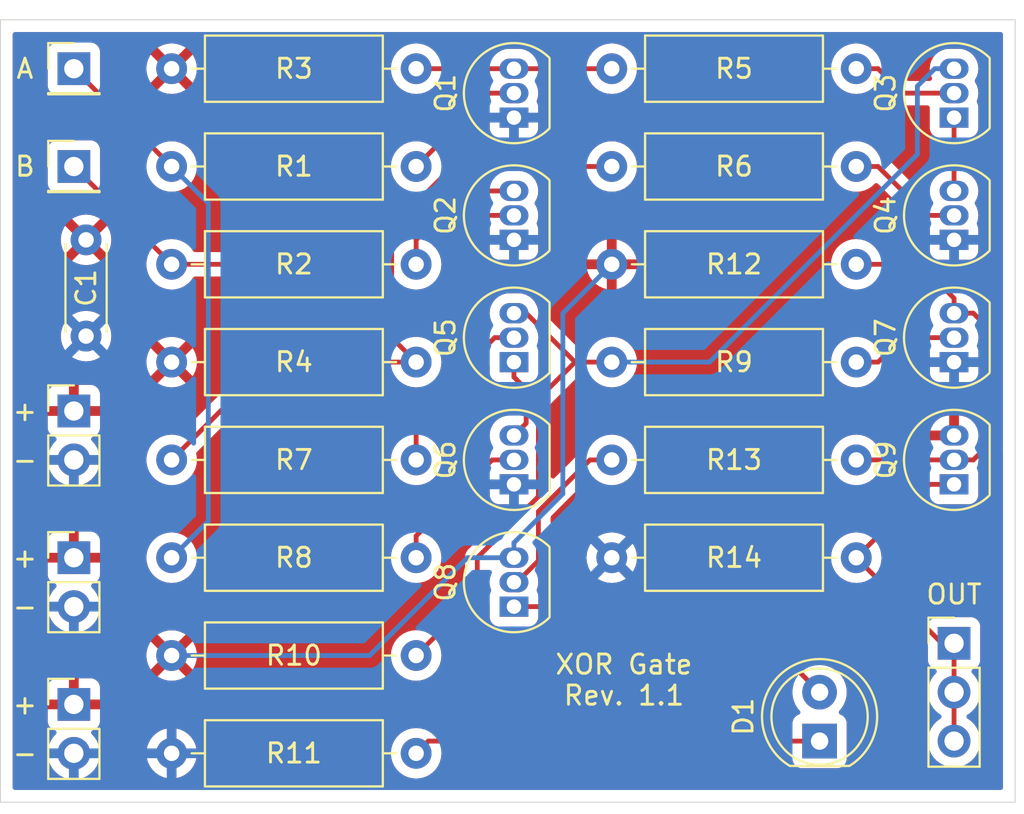
<source format=kicad_pcb>
(kicad_pcb (version 20221018) (generator pcbnew)
  (layers (0 "F.Cu" signal) (31 "B.Cu" signal) (34 "B.Paste" user) (35 "F.Paste" user) (36 "B.SilkS" user "B.Silkscreen") (37 "F.SilkS" user "F.Silkscreen") (38 "B.Mask" user) (39 "F.Mask" user) (44 "Edge.Cuts" user))
  (net 0 "")
  (net 1 "VCC")
  (net 2 "GND")
  (net 3 "Net-(D1-K)")
  (net 4 "Net-(D1-A)")
  (net 5 "Net-(J1-Pin_1)")
  (net 6 "Net-(J2-Pin_1)")
  (net 7 "Net-(J6-Pin_1)")
  (net 8 "Net-(Q1-B)")
  (net 9 "Net-(Q1-C)")
  (net 10 "Net-(Q2-B)")
  (net 11 "Net-(Q2-C)")
  (net 12 "Net-(Q3-E)")
  (net 13 "Net-(Q3-C)")
  (net 14 "Net-(Q3-B)")
  (net 15 "Net-(Q4-B)")
  (net 16 "Net-(Q5-E)")
  (net 17 "Net-(Q5-B)")
  (net 18 "Net-(Q6-B)")
  (net 19 "Net-(Q7-C)")
  (net 20 "Net-(Q7-B)")
  (net 21 "Net-(Q8-B)")
  (footprint "LED_THT:LED_D5.0mm" (layer "F.Cu") (at 83.82 62.23 90)
    (fp_text reference "D1" (at 1.27 -3.96 90) (layer "F.SilkS"))
    (fp_text value "LED")
    (fp_line (start -1.29 -1.545) (end -1.29 1.545) (stroke (width 0.12)) (layer "F.SilkS"))
    (fp_arc (start -1.29 -1.54483) (mid 2.072002 -2.880433) (end 4.26 0.000462) (stroke (width 0.12)) (layer "F.SilkS"))
    (fp_arc (start 4.26 -0.000462) (mid 2.072002 2.880433) (end -1.29 1.54483) (stroke (width 0.12)) (layer "F.SilkS"))
    (fp_circle (center 1.27 0) (end 3.77 0) (stroke (width 0.12)) (fill none) (layer "F.SilkS"))
    (pad "1" thru_hole rect (at 0 0 90) (size 1.8 1.8) (drill 0.9) (layers "*.Cu" "*.Mask") (net 3 "Net-(D1-K)"))
    (pad "2" thru_hole circle (at 2.54 0 90) (size 1.8 1.8) (drill 0.9) (layers "*.Cu" "*.Mask") (net 4 "Net-(D1-A)"))
  )
  (footprint "Package_TO_SOT_THT:TO-92_Inline" (layer "F.Cu") (at 67.945 29.845 90)
    (fp_text reference "Q1" (at 1.27 -3.56 90) (layer "F.SilkS"))
    (fp_text value "2N2222")
    (fp_line (start -0.53 1.85) (end 3.07 1.85) (stroke (width 0.12)) (layer "F.SilkS"))
    (fp_arc (start -0.568478 1.838478) (mid -1.132087 -0.994977) (end 1.27 -2.6) (stroke (width 0.12)) (layer "F.SilkS"))
    (fp_arc (start 1.27 -2.6) (mid 3.672087 -0.994977) (end 3.108478 1.838478) (stroke (width 0.12)) (layer "F.SilkS"))
    (pad "1" thru_hole rect (at 0 0 90) (size 1.05 1.5) (drill 0.75) (layers "*.Cu" "*.Mask") (net 2 "GND"))
    (pad "2" thru_hole oval (at 1.27 0 90) (size 1.05 1.5) (drill 0.75) (layers "*.Cu" "*.Mask") (net 8 "Net-(Q1-B)"))
    (pad "3" thru_hole oval (at 2.54 0 90) (size 1.05 1.5) (drill 0.75) (layers "*.Cu" "*.Mask") (net 9 "Net-(Q1-C)"))
  )
  (footprint "Package_TO_SOT_THT:TO-92_Inline" (layer "F.Cu") (at 67.945 36.195 90)
    (fp_text reference "Q2" (at 1.27 -3.56 90) (layer "F.SilkS"))
    (fp_text value "2N2222")
    (fp_line (start -0.53 1.85) (end 3.07 1.85) (stroke (width 0.12)) (layer "F.SilkS"))
    (fp_arc (start -0.568478 1.838478) (mid -1.132087 -0.994977) (end 1.27 -2.6) (stroke (width 0.12)) (layer "F.SilkS"))
    (fp_arc (start 1.27 -2.6) (mid 3.672087 -0.994977) (end 3.108478 1.838478) (stroke (width 0.12)) (layer "F.SilkS"))
    (pad "1" thru_hole rect (at 0 0 90) (size 1.05 1.5) (drill 0.75) (layers "*.Cu" "*.Mask") (net 2 "GND"))
    (pad "2" thru_hole oval (at 1.27 0 90) (size 1.05 1.5) (drill 0.75) (layers "*.Cu" "*.Mask") (net 10 "Net-(Q2-B)"))
    (pad "3" thru_hole oval (at 2.54 0 90) (size 1.05 1.5) (drill 0.75) (layers "*.Cu" "*.Mask") (net 11 "Net-(Q2-C)"))
  )
  (footprint "Package_TO_SOT_THT:TO-92_Inline" (layer "F.Cu") (at 90.805 42.545 90)
    (fp_text reference "Q7" (at 1.27 -3.56 90) (layer "F.SilkS"))
    (fp_text value "2N2222")
    (fp_line (start -0.53 1.85) (end 3.07 1.85) (stroke (width 0.12)) (layer "F.SilkS"))
    (fp_arc (start -0.568478 1.838478) (mid -1.132087 -0.994977) (end 1.27 -2.6) (stroke (width 0.12)) (layer "F.SilkS"))
    (fp_arc (start 1.27 -2.6) (mid 3.672087 -0.994977) (end 3.108478 1.838478) (stroke (width 0.12)) (layer "F.SilkS"))
    (pad "1" thru_hole rect (at 0 0 90) (size 1.05 1.5) (drill 0.75) (layers "*.Cu" "*.Mask") (net 2 "GND"))
    (pad "2" thru_hole oval (at 1.27 0 90) (size 1.05 1.5) (drill 0.75) (layers "*.Cu" "*.Mask") (net 20 "Net-(Q7-B)"))
    (pad "3" thru_hole oval (at 2.54 0 90) (size 1.05 1.5) (drill 0.75) (layers "*.Cu" "*.Mask") (net 19 "Net-(Q7-C)"))
  )
  (footprint "Package_TO_SOT_THT:TO-92_Inline" (layer "F.Cu") (at 67.945 55.245 90)
    (fp_text reference "Q8" (at 1.27 -3.56 90) (layer "F.SilkS"))
    (fp_text value "2N2222")
    (fp_line (start -0.53 1.85) (end 3.07 1.85) (stroke (width 0.12)) (layer "F.SilkS"))
    (fp_arc (start -0.568478 1.838478) (mid -1.132087 -0.994977) (end 1.27 -2.6) (stroke (width 0.12)) (layer "F.SilkS"))
    (fp_arc (start 1.27 -2.6) (mid 3.672087 -0.994977) (end 3.108478 1.838478) (stroke (width 0.12)) (layer "F.SilkS"))
    (pad "1" thru_hole rect (at 0 0 90) (size 1.05 1.5) (drill 0.75) (layers "*.Cu" "*.Mask") (net 4 "Net-(D1-A)"))
    (pad "2" thru_hole oval (at 1.27 0 90) (size 1.05 1.5) (drill 0.75) (layers "*.Cu" "*.Mask") (net 21 "Net-(Q8-B)"))
    (pad "3" thru_hole oval (at 2.54 0 90) (size 1.05 1.5) (drill 0.75) (layers "*.Cu" "*.Mask") (net 1 "VCC"))
  )
  (footprint "Package_TO_SOT_THT:TO-92_Inline" (layer "F.Cu") (at 90.805 48.895 90)
    (fp_text reference "Q9" (at 1.27 -3.56 90) (layer "F.SilkS"))
    (fp_text value "2N2222")
    (fp_line (start -0.53 1.85) (end 3.07 1.85) (stroke (width 0.12)) (layer "F.SilkS"))
    (fp_arc (start -0.568478 1.838478) (mid -1.132087 -0.994977) (end 1.27 -2.6) (stroke (width 0.12)) (layer "F.SilkS"))
    (fp_arc (start 1.27 -2.6) (mid 3.672087 -0.994977) (end 3.108478 1.838478) (stroke (width 0.12)) (layer "F.SilkS"))
    (pad "1" thru_hole rect (at 0 0 90) (size 1.05 1.5) (drill 0.75) (layers "*.Cu" "*.Mask") (net 7 "Net-(J6-Pin_1)"))
    (pad "2" thru_hole oval (at 1.27 0 90) (size 1.05 1.5) (drill 0.75) (layers "*.Cu" "*.Mask") (net 19 "Net-(Q7-C)"))
    (pad "3" thru_hole oval (at 2.54 0 90) (size 1.05 1.5) (drill 0.75) (layers "*.Cu" "*.Mask") (net 1 "VCC"))
  )
  (footprint "Resistor_THT:R_Axial_DIN0309_L9.0mm_D3.2mm_P12.70mm_Horizontal" (layer "F.Cu") (at 62.865 32.385 180)
    (fp_text reference "R1" (at 6.35 0) (layer "F.SilkS"))
    (fp_text value "10K")
    (fp_line (start 1.04 0) (end 1.73 0) (stroke (width 0.12)) (layer "F.SilkS"))
    (fp_line (start 1.73 -1.72) (end 1.73 1.72) (stroke (width 0.12)) (layer "F.SilkS"))
    (fp_line (start 1.73 1.72) (end 10.97 1.72) (stroke (width 0.12)) (layer "F.SilkS"))
    (fp_line (start 10.97 -1.72) (end 1.73 -1.72) (stroke (width 0.12)) (layer "F.SilkS"))
    (fp_line (start 10.97 1.72) (end 10.97 -1.72) (stroke (width 0.12)) (layer "F.SilkS"))
    (fp_line (start 11.66 0) (end 10.97 0) (stroke (width 0.12)) (layer "F.SilkS"))
    (pad "1" thru_hole circle (at 0 0 180) (size 1.6 1.6) (drill 0.8) (layers "*.Cu" "*.Mask") (net 8 "Net-(Q1-B)"))
    (pad "2" thru_hole oval (at 12.7 0 180) (size 1.6 1.6) (drill 0.8) (layers "*.Cu" "*.Mask") (net 5 "Net-(J1-Pin_1)"))
  )
  (footprint "Resistor_THT:R_Axial_DIN0309_L9.0mm_D3.2mm_P12.70mm_Horizontal" (layer "F.Cu") (at 62.865 37.465 180)
    (fp_text reference "R2" (at 6.35 0) (layer "F.SilkS"))
    (fp_text value "10K")
    (fp_line (start 1.04 0) (end 1.73 0) (stroke (width 0.12)) (layer "F.SilkS"))
    (fp_line (start 1.73 -1.72) (end 1.73 1.72) (stroke (width 0.12)) (layer "F.SilkS"))
    (fp_line (start 1.73 1.72) (end 10.97 1.72) (stroke (width 0.12)) (layer "F.SilkS"))
    (fp_line (start 10.97 -1.72) (end 1.73 -1.72) (stroke (width 0.12)) (layer "F.SilkS"))
    (fp_line (start 10.97 1.72) (end 10.97 -1.72) (stroke (width 0.12)) (layer "F.SilkS"))
    (fp_line (start 11.66 0) (end 10.97 0) (stroke (width 0.12)) (layer "F.SilkS"))
    (pad "1" thru_hole circle (at 0 0 180) (size 1.6 1.6) (drill 0.8) (layers "*.Cu" "*.Mask") (net 10 "Net-(Q2-B)"))
    (pad "2" thru_hole oval (at 12.7 0 180) (size 1.6 1.6) (drill 0.8) (layers "*.Cu" "*.Mask") (net 6 "Net-(J2-Pin_1)"))
  )
  (footprint "Resistor_THT:R_Axial_DIN0309_L9.0mm_D3.2mm_P12.70mm_Horizontal" (layer "F.Cu") (at 50.165 27.305)
    (fp_text reference "R3" (at 6.35 0) (layer "F.SilkS"))
    (fp_text value "1K")
    (fp_line (start 1.04 0) (end 1.73 0) (stroke (width 0.12)) (layer "F.SilkS"))
    (fp_line (start 1.73 -1.72) (end 1.73 1.72) (stroke (width 0.12)) (layer "F.SilkS"))
    (fp_line (start 1.73 1.72) (end 10.97 1.72) (stroke (width 0.12)) (layer "F.SilkS"))
    (fp_line (start 10.97 -1.72) (end 1.73 -1.72) (stroke (width 0.12)) (layer "F.SilkS"))
    (fp_line (start 10.97 1.72) (end 10.97 -1.72) (stroke (width 0.12)) (layer "F.SilkS"))
    (fp_line (start 11.66 0) (end 10.97 0) (stroke (width 0.12)) (layer "F.SilkS"))
    (pad "1" thru_hole circle (at 0 0) (size 1.6 1.6) (drill 0.8) (layers "*.Cu" "*.Mask") (net 1 "VCC"))
    (pad "2" thru_hole oval (at 12.7 0) (size 1.6 1.6) (drill 0.8) (layers "*.Cu" "*.Mask") (net 9 "Net-(Q1-C)"))
  )
  (footprint "Resistor_THT:R_Axial_DIN0309_L9.0mm_D3.2mm_P12.70mm_Horizontal" (layer "F.Cu") (at 85.725 27.305 180)
    (fp_text reference "R5" (at 6.35 0) (layer "F.SilkS"))
    (fp_text value "10K")
    (fp_line (start 1.04 0) (end 1.73 0) (stroke (width 0.12)) (layer "F.SilkS"))
    (fp_line (start 1.73 -1.72) (end 1.73 1.72) (stroke (width 0.12)) (layer "F.SilkS"))
    (fp_line (start 1.73 1.72) (end 10.97 1.72) (stroke (width 0.12)) (layer "F.SilkS"))
    (fp_line (start 10.97 -1.72) (end 1.73 -1.72) (stroke (width 0.12)) (layer "F.SilkS"))
    (fp_line (start 10.97 1.72) (end 10.97 -1.72) (stroke (width 0.12)) (layer "F.SilkS"))
    (fp_line (start 11.66 0) (end 10.97 0) (stroke (width 0.12)) (layer "F.SilkS"))
    (pad "1" thru_hole circle (at 0 0 180) (size 1.6 1.6) (drill 0.8) (layers "*.Cu" "*.Mask") (net 14 "Net-(Q3-B)"))
    (pad "2" thru_hole oval (at 12.7 0 180) (size 1.6 1.6) (drill 0.8) (layers "*.Cu" "*.Mask") (net 9 "Net-(Q1-C)"))
  )
  (footprint "Resistor_THT:R_Axial_DIN0309_L9.0mm_D3.2mm_P12.70mm_Horizontal" (layer "F.Cu") (at 85.725 32.385 180)
    (fp_text reference "R6" (at 6.35 0) (layer "F.SilkS"))
    (fp_text value "10K")
    (fp_line (start 1.04 0) (end 1.73 0) (stroke (width 0.12)) (layer "F.SilkS"))
    (fp_line (start 1.73 -1.72) (end 1.73 1.72) (stroke (width 0.12)) (layer "F.SilkS"))
    (fp_line (start 1.73 1.72) (end 10.97 1.72) (stroke (width 0.12)) (layer "F.SilkS"))
    (fp_line (start 10.97 -1.72) (end 1.73 -1.72) (stroke (width 0.12)) (layer "F.SilkS"))
    (fp_line (start 10.97 1.72) (end 10.97 -1.72) (stroke (width 0.12)) (layer "F.SilkS"))
    (fp_line (start 11.66 0) (end 10.97 0) (stroke (width 0.12)) (layer "F.SilkS"))
    (pad "1" thru_hole circle (at 0 0 180) (size 1.6 1.6) (drill 0.8) (layers "*.Cu" "*.Mask") (net 15 "Net-(Q4-B)"))
    (pad "2" thru_hole oval (at 12.7 0 180) (size 1.6 1.6) (drill 0.8) (layers "*.Cu" "*.Mask") (net 6 "Net-(J2-Pin_1)"))
  )
  (footprint "Resistor_THT:R_Axial_DIN0309_L9.0mm_D3.2mm_P12.70mm_Horizontal" (layer "F.Cu") (at 62.865 47.625 180)
    (fp_text reference "R7" (at 6.35 0) (layer "F.SilkS"))
    (fp_text value "10K")
    (fp_line (start 1.04 0) (end 1.73 0) (stroke (width 0.12)) (layer "F.SilkS"))
    (fp_line (start 1.73 -1.72) (end 1.73 1.72) (stroke (width 0.12)) (layer "F.SilkS"))
    (fp_line (start 1.73 1.72) (end 10.97 1.72) (stroke (width 0.12)) (layer "F.SilkS"))
    (fp_line (start 10.97 -1.72) (end 1.73 -1.72) (stroke (width 0.12)) (layer "F.SilkS"))
    (fp_line (start 10.97 1.72) (end 10.97 -1.72) (stroke (width 0.12)) (layer "F.SilkS"))
    (fp_line (start 11.66 0) (end 10.97 0) (stroke (width 0.12)) (layer "F.SilkS"))
    (pad "1" thru_hole circle (at 0 0 180) (size 1.6 1.6) (drill 0.8) (layers "*.Cu" "*.Mask") (net 17 "Net-(Q5-B)"))
    (pad "2" thru_hole oval (at 12.7 0 180) (size 1.6 1.6) (drill 0.8) (layers "*.Cu" "*.Mask") (net 11 "Net-(Q2-C)"))
  )
  (footprint "Resistor_THT:R_Axial_DIN0309_L9.0mm_D3.2mm_P12.70mm_Horizontal" (layer "F.Cu") (at 62.865 52.705 180)
    (fp_text reference "R8" (at 6.35 0) (layer "F.SilkS"))
    (fp_text value "10K")
    (fp_line (start 1.04 0) (end 1.73 0) (stroke (width 0.12)) (layer "F.SilkS"))
    (fp_line (start 1.73 -1.72) (end 1.73 1.72) (stroke (width 0.12)) (layer "F.SilkS"))
    (fp_line (start 1.73 1.72) (end 10.97 1.72) (stroke (width 0.12)) (layer "F.SilkS"))
    (fp_line (start 10.97 -1.72) (end 1.73 -1.72) (stroke (width 0.12)) (layer "F.SilkS"))
    (fp_line (start 10.97 1.72) (end 10.97 -1.72) (stroke (width 0.12)) (layer "F.SilkS"))
    (fp_line (start 11.66 0) (end 10.97 0) (stroke (width 0.12)) (layer "F.SilkS"))
    (pad "1" thru_hole circle (at 0 0 180) (size 1.6 1.6) (drill 0.8) (layers "*.Cu" "*.Mask") (net 18 "Net-(Q6-B)"))
    (pad "2" thru_hole oval (at 12.7 0 180) (size 1.6 1.6) (drill 0.8) (layers "*.Cu" "*.Mask") (net 5 "Net-(J1-Pin_1)"))
  )
  (footprint "Resistor_THT:R_Axial_DIN0309_L9.0mm_D3.2mm_P12.70mm_Horizontal" (layer "F.Cu") (at 85.725 42.545 180)
    (fp_text reference "R9" (at 6.35 0) (layer "F.SilkS"))
    (fp_text value "10K")
    (fp_line (start 1.04 0) (end 1.73 0) (stroke (width 0.12)) (layer "F.SilkS"))
    (fp_line (start 1.73 -1.72) (end 1.73 1.72) (stroke (width 0.12)) (layer "F.SilkS"))
    (fp_line (start 1.73 1.72) (end 10.97 1.72) (stroke (width 0.12)) (layer "F.SilkS"))
    (fp_line (start 10.97 -1.72) (end 1.73 -1.72) (stroke (width 0.12)) (layer "F.SilkS"))
    (fp_line (start 10.97 1.72) (end 10.97 -1.72) (stroke (width 0.12)) (layer "F.SilkS"))
    (fp_line (start 11.66 0) (end 10.97 0) (stroke (width 0.12)) (layer "F.SilkS"))
    (pad "1" thru_hole circle (at 0 0 180) (size 1.6 1.6) (drill 0.8) (layers "*.Cu" "*.Mask") (net 20 "Net-(Q7-B)"))
    (pad "2" thru_hole oval (at 12.7 0 180) (size 1.6 1.6) (drill 0.8) (layers "*.Cu" "*.Mask") (net 13 "Net-(Q3-C)"))
  )
  (footprint "Resistor_THT:R_Axial_DIN0309_L9.0mm_D3.2mm_P12.70mm_Horizontal" (layer "F.Cu") (at 50.165 57.785)
    (fp_text reference "R10" (at 6.35 0) (layer "F.SilkS"))
    (fp_text value "1K")
    (fp_line (start 1.04 0) (end 1.73 0) (stroke (width 0.12)) (layer "F.SilkS"))
    (fp_line (start 1.73 -1.72) (end 1.73 1.72) (stroke (width 0.12)) (layer "F.SilkS"))
    (fp_line (start 1.73 1.72) (end 10.97 1.72) (stroke (width 0.12)) (layer "F.SilkS"))
    (fp_line (start 10.97 -1.72) (end 1.73 -1.72) (stroke (width 0.12)) (layer "F.SilkS"))
    (fp_line (start 10.97 1.72) (end 10.97 -1.72) (stroke (width 0.12)) (layer "F.SilkS"))
    (fp_line (start 11.66 0) (end 10.97 0) (stroke (width 0.12)) (layer "F.SilkS"))
    (pad "1" thru_hole circle (at 0 0) (size 1.6 1.6) (drill 0.8) (layers "*.Cu" "*.Mask") (net 1 "VCC"))
    (pad "2" thru_hole oval (at 12.7 0) (size 1.6 1.6) (drill 0.8) (layers "*.Cu" "*.Mask") (net 13 "Net-(Q3-C)"))
  )
  (footprint "Resistor_THT:R_Axial_DIN0309_L9.0mm_D3.2mm_P12.70mm_Horizontal" (layer "F.Cu") (at 62.865 62.865 180)
    (fp_text reference "R11" (at 6.35 0) (layer "F.SilkS"))
    (fp_text value "1K")
    (fp_line (start 1.04 0) (end 1.73 0) (stroke (width 0.12)) (layer "F.SilkS"))
    (fp_line (start 1.73 -1.72) (end 1.73 1.72) (stroke (width 0.12)) (layer "F.SilkS"))
    (fp_line (start 1.73 1.72) (end 10.97 1.72) (stroke (width 0.12)) (layer "F.SilkS"))
    (fp_line (start 10.97 -1.72) (end 1.73 -1.72) (stroke (width 0.12)) (layer "F.SilkS"))
    (fp_line (start 10.97 1.72) (end 10.97 -1.72) (stroke (width 0.12)) (layer "F.SilkS"))
    (fp_line (start 11.66 0) (end 10.97 0) (stroke (width 0.12)) (layer "F.SilkS"))
    (pad "1" thru_hole circle (at 0 0 180) (size 1.6 1.6) (drill 0.8) (layers "*.Cu" "*.Mask") (net 3 "Net-(D1-K)"))
    (pad "2" thru_hole oval (at 12.7 0 180) (size 1.6 1.6) (drill 0.8) (layers "*.Cu" "*.Mask") (net 2 "GND"))
  )
  (footprint "Resistor_THT:R_Axial_DIN0309_L9.0mm_D3.2mm_P12.70mm_Horizontal" (layer "F.Cu") (at 85.725 37.465 180)
    (fp_text reference "R12" (at 6.35 0) (layer "F.SilkS"))
    (fp_text value "1K")
    (fp_line (start 1.04 0) (end 1.73 0) (stroke (width 0.12)) (layer "F.SilkS"))
    (fp_line (start 1.73 -1.72) (end 1.73 1.72) (stroke (width 0.12)) (layer "F.SilkS"))
    (fp_line (start 1.73 1.72) (end 10.97 1.72) (stroke (width 0.12)) (layer "F.SilkS"))
    (fp_line (start 10.97 -1.72) (end 1.73 -1.72) (stroke (width 0.12)) (layer "F.SilkS"))
    (fp_line (start 10.97 1.72) (end 10.97 -1.72) (stroke (width 0.12)) (layer "F.SilkS"))
    (fp_line (start 11.66 0) (end 10.97 0) (stroke (width 0.12)) (layer "F.SilkS"))
    (pad "1" thru_hole circle (at 0 0 180) (size 1.6 1.6) (drill 0.8) (layers "*.Cu" "*.Mask") (net 19 "Net-(Q7-C)"))
    (pad "2" thru_hole oval (at 12.7 0 180) (size 1.6 1.6) (drill 0.8) (layers "*.Cu" "*.Mask") (net 1 "VCC"))
  )
  (footprint "Resistor_THT:R_Axial_DIN0309_L9.0mm_D3.2mm_P12.70mm_Horizontal" (layer "F.Cu") (at 73.025 47.625)
    (fp_text reference "R13" (at 6.35 0) (layer "F.SilkS"))
    (fp_text value "10K")
    (fp_line (start 1.04 0) (end 1.73 0) (stroke (width 0.12)) (layer "F.SilkS"))
    (fp_line (start 1.73 -1.72) (end 1.73 1.72) (stroke (width 0.12)) (layer "F.SilkS"))
    (fp_line (start 1.73 1.72) (end 10.97 1.72) (stroke (width 0.12)) (layer "F.SilkS"))
    (fp_line (start 10.97 -1.72) (end 1.73 -1.72) (stroke (width 0.12)) (layer "F.SilkS"))
    (fp_line (start 10.97 1.72) (end 10.97 -1.72) (stroke (width 0.12)) (layer "F.SilkS"))
    (fp_line (start 11.66 0) (end 10.97 0) (stroke (width 0.12)) (layer "F.SilkS"))
    (pad "1" thru_hole circle (at 0 0) (size 1.6 1.6) (drill 0.8) (layers "*.Cu" "*.Mask") (net 21 "Net-(Q8-B)"))
    (pad "2" thru_hole oval (at 12.7 0) (size 1.6 1.6) (drill 0.8) (layers "*.Cu" "*.Mask") (net 19 "Net-(Q7-C)"))
  )
  (footprint "Resistor_THT:R_Axial_DIN0309_L9.0mm_D3.2mm_P12.70mm_Horizontal" (layer "F.Cu") (at 73.025 52.705)
    (fp_text reference "R14" (at 6.35 0) (layer "F.SilkS"))
    (fp_text value "1K")
    (fp_line (start 1.04 0) (end 1.73 0) (stroke (width 0.12)) (layer "F.SilkS"))
    (fp_line (start 1.73 -1.72) (end 1.73 1.72) (stroke (width 0.12)) (layer "F.SilkS"))
    (fp_line (start 1.73 1.72) (end 10.97 1.72) (stroke (width 0.12)) (layer "F.SilkS"))
    (fp_line (start 10.97 -1.72) (end 1.73 -1.72) (stroke (width 0.12)) (layer "F.SilkS"))
    (fp_line (start 10.97 1.72) (end 10.97 -1.72) (stroke (width 0.12)) (layer "F.SilkS"))
    (fp_line (start 11.66 0) (end 10.97 0) (stroke (width 0.12)) (layer "F.SilkS"))
    (pad "1" thru_hole circle (at 0 0) (size 1.6 1.6) (drill 0.8) (layers "*.Cu" "*.Mask") (net 2 "GND"))
    (pad "2" thru_hole oval (at 12.7 0) (size 1.6 1.6) (drill 0.8) (layers "*.Cu" "*.Mask") (net 7 "Net-(J6-Pin_1)"))
  )
  (footprint "Resistor_THT:R_Axial_DIN0309_L9.0mm_D3.2mm_P12.70mm_Horizontal" (layer "F.Cu") (at 50.165 42.545)
    (fp_text reference "R4" (at 6.35 0) (layer "F.SilkS"))
    (fp_text value "1K")
    (fp_line (start 1.04 0) (end 1.73 0) (stroke (width 0.12)) (layer "F.SilkS"))
    (fp_line (start 1.73 -1.72) (end 1.73 1.72) (stroke (width 0.12)) (layer "F.SilkS"))
    (fp_line (start 1.73 1.72) (end 10.97 1.72) (stroke (width 0.12)) (layer "F.SilkS"))
    (fp_line (start 10.97 -1.72) (end 1.73 -1.72) (stroke (width 0.12)) (layer "F.SilkS"))
    (fp_line (start 10.97 1.72) (end 10.97 -1.72) (stroke (width 0.12)) (layer "F.SilkS"))
    (fp_line (start 11.66 0) (end 10.97 0) (stroke (width 0.12)) (layer "F.SilkS"))
    (pad "1" thru_hole circle (at 0 0) (size 1.6 1.6) (drill 0.8) (layers "*.Cu" "*.Mask") (net 1 "VCC"))
    (pad "2" thru_hole oval (at 12.7 0) (size 1.6 1.6) (drill 0.8) (layers "*.Cu" "*.Mask") (net 11 "Net-(Q2-C)"))
  )
  (footprint "Package_TO_SOT_THT:TO-92_Inline" (layer "F.Cu") (at 67.945 48.895 90)
    (fp_text reference "Q6" (at 1.27 -3.56 90) (layer "F.SilkS"))
    (fp_text value "2N2222")
    (fp_line (start -0.53 1.85) (end 3.07 1.85) (stroke (width 0.12)) (layer "F.SilkS"))
    (fp_arc (start -0.568478 1.838478) (mid -1.132087 -0.994977) (end 1.27 -2.6) (stroke (width 0.12)) (layer "F.SilkS"))
    (fp_arc (start 1.27 -2.6) (mid 3.672087 -0.994977) (end 3.108478 1.838478) (stroke (width 0.12)) (layer "F.SilkS"))
    (pad "1" thru_hole rect (at 0 0 90) (size 1.05 1.5) (drill 0.75) (layers "*.Cu" "*.Mask") (net 2 "GND"))
    (pad "2" thru_hole oval (at 1.27 0 90) (size 1.05 1.5) (drill 0.75) (layers "*.Cu" "*.Mask") (net 18 "Net-(Q6-B)"))
    (pad "3" thru_hole oval (at 2.54 0 90) (size 1.05 1.5) (drill 0.75) (layers "*.Cu" "*.Mask") (net 16 "Net-(Q5-E)"))
  )
  (footprint "Package_TO_SOT_THT:TO-92_Inline" (layer "F.Cu") (at 90.805 36.195 90)
    (fp_text reference "Q4" (at 1.27 -3.56 90) (layer "F.SilkS"))
    (fp_text value "2N2222")
    (fp_line (start -0.53 1.85) (end 3.07 1.85) (stroke (width 0.12)) (layer "F.SilkS"))
    (fp_arc (start -0.568478 1.838478) (mid -1.132087 -0.994977) (end 1.27 -2.6) (stroke (width 0.12)) (layer "F.SilkS"))
    (fp_arc (start 1.27 -2.6) (mid 3.672087 -0.994977) (end 3.108478 1.838478) (stroke (width 0.12)) (layer "F.SilkS"))
    (pad "1" thru_hole rect (at 0 0 90) (size 1.05 1.5) (drill 0.75) (layers "*.Cu" "*.Mask") (net 2 "GND"))
    (pad "2" thru_hole oval (at 1.27 0 90) (size 1.05 1.5) (drill 0.75) (layers "*.Cu" "*.Mask") (net 15 "Net-(Q4-B)"))
    (pad "3" thru_hole oval (at 2.54 0 90) (size 1.05 1.5) (drill 0.75) (layers "*.Cu" "*.Mask") (net 12 "Net-(Q3-E)"))
  )
  (footprint "Package_TO_SOT_THT:TO-92_Inline" (layer "F.Cu") (at 67.945 42.545 90)
    (fp_text reference "Q5" (at 1.27 -3.56 90) (layer "F.SilkS"))
    (fp_text value "2N2222")
    (fp_line (start -0.53 1.85) (end 3.07 1.85) (stroke (width 0.12)) (layer "F.SilkS"))
    (fp_arc (start -0.568478 1.838478) (mid -1.132087 -0.994977) (end 1.27 -2.6) (stroke (width 0.12)) (layer "F.SilkS"))
    (fp_arc (start 1.27 -2.6) (mid 3.672087 -0.994977) (end 3.108478 1.838478) (stroke (width 0.12)) (layer "F.SilkS"))
    (pad "1" thru_hole rect (at 0 0 90) (size 1.05 1.5) (drill 0.75) (layers "*.Cu" "*.Mask") (net 16 "Net-(Q5-E)"))
    (pad "2" thru_hole oval (at 1.27 0 90) (size 1.05 1.5) (drill 0.75) (layers "*.Cu" "*.Mask") (net 17 "Net-(Q5-B)"))
    (pad "3" thru_hole oval (at 2.54 0 90) (size 1.05 1.5) (drill 0.75) (layers "*.Cu" "*.Mask") (net 13 "Net-(Q3-C)"))
  )
  (footprint "Package_TO_SOT_THT:TO-92_Inline" (layer "F.Cu") (at 90.805 29.845 90)
    (fp_text reference "Q3" (at 1.27 -3.56 90) (layer "F.SilkS"))
    (fp_text value "2N2222")
    (fp_line (start -0.53 1.85) (end 3.07 1.85) (stroke (width 0.12)) (layer "F.SilkS"))
    (fp_arc (start -0.568478 1.838478) (mid -1.132087 -0.994977) (end 1.27 -2.6) (stroke (width 0.12)) (layer "F.SilkS"))
    (fp_arc (start 1.27 -2.6) (mid 3.672087 -0.994977) (end 3.108478 1.838478) (stroke (width 0.12)) (layer "F.SilkS"))
    (pad "1" thru_hole rect (at 0 0 90) (size 1.05 1.5) (drill 0.75) (layers "*.Cu" "*.Mask") (net 12 "Net-(Q3-E)"))
    (pad "2" thru_hole oval (at 1.27 0 90) (size 1.05 1.5) (drill 0.75) (layers "*.Cu" "*.Mask") (net 14 "Net-(Q3-B)"))
    (pad "3" thru_hole oval (at 2.54 0 90) (size 1.05 1.5) (drill 0.75) (layers "*.Cu" "*.Mask") (net 13 "Net-(Q3-C)"))
  )
  (footprint "Connector_PinHeader_2.54mm:PinHeader_1x02_P2.54mm_Vertical" (layer "F.Cu") (at 45.085 60.325)
    (fp_text reference "J5" hide)
    (fp_text value "Power")
    (fp_line (start -1.33 -1.33) (end 0 -1.33) (stroke (width 0.12)) (layer "F.SilkS"))
    (fp_line (start -1.33 0) (end -1.33 -1.33) (stroke (width 0.12)) (layer "F.SilkS"))
    (fp_line (start -1.33 1.27) (end -1.33 3.87) (stroke (width 0.12)) (layer "F.SilkS"))
    (fp_line (start -1.33 1.27) (end 1.33 1.27) (stroke (width 0.12)) (layer "F.SilkS"))
    (fp_line (start -1.33 3.87) (end 1.33 3.87) (stroke (width 0.12)) (layer "F.SilkS"))
    (fp_line (start 1.33 1.27) (end 1.33 3.87) (stroke (width 0.12)) (layer "F.SilkS"))
    (pad "1" thru_hole rect (at 0 0) (size 1.7 1.7) (drill 1) (layers "*.Cu" "*.Mask") (net 1 "VCC"))
    (pad "2" thru_hole oval (at 0 2.54) (size 1.7 1.7) (drill 1) (layers "*.Cu" "*.Mask") (net 2 "GND"))
  )
  (footprint "Connector_PinHeader_2.54mm:PinHeader_1x02_P2.54mm_Vertical" (layer "F.Cu") (at 45.085 52.705)
    (fp_text reference "J4" hide)
    (fp_text value "Power")
    (fp_line (start -1.33 -1.33) (end 0 -1.33) (stroke (width 0.12)) (layer "F.SilkS"))
    (fp_line (start -1.33 0) (end -1.33 -1.33) (stroke (width 0.12)) (layer "F.SilkS"))
    (fp_line (start -1.33 1.27) (end -1.33 3.87) (stroke (width 0.12)) (layer "F.SilkS"))
    (fp_line (start -1.33 1.27) (end 1.33 1.27) (stroke (width 0.12)) (layer "F.SilkS"))
    (fp_line (start -1.33 3.87) (end 1.33 3.87) (stroke (width 0.12)) (layer "F.SilkS"))
    (fp_line (start 1.33 1.27) (end 1.33 3.87) (stroke (width 0.12)) (layer "F.SilkS"))
    (pad "1" thru_hole rect (at 0 0) (size 1.7 1.7) (drill 1) (layers "*.Cu" "*.Mask") (net 1 "VCC"))
    (pad "2" thru_hole oval (at 0 2.54) (size 1.7 1.7) (drill 1) (layers "*.Cu" "*.Mask") (net 2 "GND"))
  )
  (footprint "Connector_PinHeader_2.54mm:PinHeader_1x02_P2.54mm_Vertical" (layer "F.Cu") (at 45.085 45.085)
    (fp_text reference "J3" hide)
    (fp_text value "Power")
    (fp_line (start -1.33 -1.33) (end 0 -1.33) (stroke (width 0.12)) (layer "F.SilkS"))
    (fp_line (start -1.33 0) (end -1.33 -1.33) (stroke (width 0.12)) (layer "F.SilkS"))
    (fp_line (start -1.33 1.27) (end -1.33 3.87) (stroke (width 0.12)) (layer "F.SilkS"))
    (fp_line (start -1.33 1.27) (end 1.33 1.27) (stroke (width 0.12)) (layer "F.SilkS"))
    (fp_line (start -1.33 3.87) (end 1.33 3.87) (stroke (width 0.12)) (layer "F.SilkS"))
    (fp_line (start 1.33 1.27) (end 1.33 3.87) (stroke (width 0.12)) (layer "F.SilkS"))
    (pad "1" thru_hole rect (at 0 0) (size 1.7 1.7) (drill 1) (layers "*.Cu" "*.Mask") (net 1 "VCC"))
    (pad "2" thru_hole oval (at 0 2.54) (size 1.7 1.7) (drill 1) (layers "*.Cu" "*.Mask") (net 2 "GND"))
  )
  (footprint "Capacitor_THT:C_Disc_D4.3mm_W1.9mm_P5.00mm" (layer "F.Cu") (at 45.72 36.195 -90)
    (fp_text reference "C1" (at 2.5 0 90) (layer "F.SilkS"))
    (fp_text value "0.1uF")
    (fp_line (start 0.23 -1.07) (end 0.23 -1.055) (stroke (width 0.12)) (layer "F.SilkS"))
    (fp_line (start 0.23 -1.07) (end 4.77 -1.07) (stroke (width 0.12)) (layer "F.SilkS"))
    (fp_line (start 0.23 1.055) (end 0.23 1.07) (stroke (width 0.12)) (layer "F.SilkS"))
    (fp_line (start 0.23 1.07) (end 4.77 1.07) (stroke (width 0.12)) (layer "F.SilkS"))
    (fp_line (start 4.77 -1.07) (end 4.77 -1.055) (stroke (width 0.12)) (layer "F.SilkS"))
    (fp_line (start 4.77 1.055) (end 4.77 1.07) (stroke (width 0.12)) (layer "F.SilkS"))
    (pad "1" thru_hole circle (at 0 0 270) (size 1.6 1.6) (drill 0.8) (layers "*.Cu" "*.Mask") (net 1 "VCC"))
    (pad "2" thru_hole circle (at 5 0 270) (size 1.6 1.6) (drill 0.8) (layers "*.Cu" "*.Mask") (net 2 "GND"))
  )
  (footprint "Connector_PinHeader_2.54mm:PinHeader_1x03_P2.54mm_Vertical" (layer "F.Cu") (at 90.805 57.15)
    (fp_text reference "J6" hide)
    (fp_text value "OUT" (at 0 -2.54) (layer "F.SilkS"))
    (fp_line (start -1.33 -1.33) (end 0 -1.33) (stroke (width 0.12)) (layer "F.SilkS"))
    (fp_line (start -1.33 0) (end -1.33 -1.33) (stroke (width 0.12)) (layer "F.SilkS"))
    (fp_line (start -1.33 1.27) (end -1.33 6.41) (stroke (width 0.12)) (layer "F.SilkS"))
    (fp_line (start -1.33 1.27) (end 1.33 1.27) (stroke (width 0.12)) (layer "F.SilkS"))
    (fp_line (start -1.33 6.41) (end 1.33 6.41) (stroke (width 0.12)) (layer "F.SilkS"))
    (fp_line (start 1.33 1.27) (end 1.33 6.41) (stroke (width 0.12)) (layer "F.SilkS"))
    (pad "1" thru_hole rect (at 0 0) (size 1.7 1.7) (drill 1) (layers "*.Cu" "*.Mask") (net 7 "Net-(J6-Pin_1)"))
    (pad "2" thru_hole oval (at 0 2.54) (size 1.7 1.7) (drill 1) (layers "*.Cu" "*.Mask") (net 7 "Net-(J6-Pin_1)"))
    (pad "3" thru_hole oval (at 0 5.08) (size 1.7 1.7) (drill 1) (layers "*.Cu" "*.Mask") (net 7 "Net-(J6-Pin_1)"))
  )
  (footprint "Connector_PinHeader_2.54mm:PinHeader_1x01_P2.54mm_Vertical" (layer "F.Cu") (at 45.085 27.305)
    (fp_text reference "J1" hide)
    (fp_text value "A" (at -2.54 0) (layer "F.SilkS"))
    (fp_line (start -1.33 -1.33) (end 0 -1.33) (stroke (width 0.12)) (layer "F.SilkS"))
    (fp_line (start -1.33 0) (end -1.33 -1.33) (stroke (width 0.12)) (layer "F.SilkS"))
    (fp_line (start -1.33 1.27) (end -1.33 1.33) (stroke (width 0.12)) (layer "F.SilkS"))
    (fp_line (start -1.33 1.27) (end 1.33 1.27) (stroke (width 0.12)) (layer "F.SilkS"))
    (fp_line (start -1.33 1.33) (end 1.33 1.33) (stroke (width 0.12)) (layer "F.SilkS"))
    (fp_line (start 1.33 1.27) (end 1.33 1.33) (stroke (width 0.12)) (layer "F.SilkS"))
    (pad "1" thru_hole rect (at 0 0) (size 1.7 1.7) (drill 1) (layers "*.Cu" "*.Mask") (net 5 "Net-(J1-Pin_1)"))
  )
  (footprint "Connector_PinHeader_2.54mm:PinHeader_1x01_P2.54mm_Vertical" (layer "F.Cu") (at 45.085 32.385)
    (fp_text reference "J2" hide)
    (fp_text value "B" (at -2.54 0) (layer "F.SilkS"))
    (fp_line (start -1.33 -1.33) (end 0 -1.33) (stroke (width 0.12)) (layer "F.SilkS"))
    (fp_line (start -1.33 0) (end -1.33 -1.33) (stroke (width 0.12)) (layer "F.SilkS"))
    (fp_line (start -1.33 1.27) (end -1.33 1.33) (stroke (width 0.12)) (layer "F.SilkS"))
    (fp_line (start -1.33 1.27) (end 1.33 1.27) (stroke (width 0.12)) (layer "F.SilkS"))
    (fp_line (start -1.33 1.33) (end 1.33 1.33) (stroke (width 0.12)) (layer "F.SilkS"))
    (fp_line (start 1.33 1.27) (end 1.33 1.33) (stroke (width 0.12)) (layer "F.SilkS"))
    (pad "1" thru_hole rect (at 0 0) (size 1.7 1.7) (drill 1) (layers "*.Cu" "*.Mask") (net 6 "Net-(J2-Pin_1)"))
  )
  (gr_line (start 41.275 65.405) (end 41.275 24.765) (stroke (width 0.05)) (layer "Edge.Cuts"))
  (gr_line (start 93.98 65.405) (end 41.275 65.405) (stroke (width 0.05)) (layer "Edge.Cuts"))
  (gr_line (start 93.98 24.765) (end 41.275 24.765) (stroke (width 0.05)) (layer "Edge.Cuts"))
  (gr_line (start 93.98 24.765) (end 93.98 65.405) (stroke (width 0.05)) (layer "Edge.Cuts"))
  (gr_text "+" (at 42.545 52.705) (layer "F.SilkS") (effects (font (size 1 1))))
  (gr_text "+" (at 42.545 60.325) (layer "F.SilkS") (effects (font (size 1 1))))
  (gr_text "-" (at 42.545 62.865) (layer "F.SilkS") (effects (font (size 1 1))))
  (gr_text "-" (at 42.545 55.245) (layer "F.SilkS") (effects (font (size 1 1))))
  (gr_text "-" (at 42.545 47.625) (layer "F.SilkS") (effects (font (size 1 1))))
  (gr_text "XOR Gate\nRev. 1.1" (at 73.66 59.055) (layer "F.SilkS") (effects (font (size 1 1))))
  (gr_text "+" (at 42.545 45.085) (layer "F.SilkS") (effects (font (size 1 1))))
  (segment (start 65.524999 52.705) (end 60.444999 57.785) (width 0.25) (layer "B.Cu") (net 1))
  (segment (start 72.225001 38.264999) (end 73.025 37.465) (width 0.25) (layer "B.Cu") (net 1))
  (segment (start 67.945 51.93) (end 70.485 49.39) (width 0.25) (layer "B.Cu") (net 1))
  (segment (start 60.444999 57.785) (end 51.29637 57.785) (width 0.25) (layer "B.Cu") (net 1))
  (segment (start 70.485 49.39) (end 70.485 40.005) (width 0.25) (layer "B.Cu") (net 1))
  (segment (start 51.29637 57.785) (end 50.165 57.785) (width 0.25) (layer "B.Cu") (net 1))
  (segment (start 67.945 52.705) (end 67.945 51.93) (width 0.25) (layer "B.Cu") (net 1))
  (segment (start 70.485 40.005) (end 72.225001 38.264999) (width 0.25) (layer "B.Cu") (net 1))
  (segment (start 67.945 52.705) (end 65.524999 52.705) (width 0.25) (layer "B.Cu") (net 1))
  (segment (start 83.82 62.23) (end 63.5 62.23) (width 0.25) (layer "F.Cu") (net 3))
  (segment (start 63.5 62.23) (end 62.865 62.865) (width 0.25) (layer "F.Cu") (net 3))
  (segment (start 79.375 55.245) (end 67.945 55.245) (width 0.25) (layer "F.Cu") (net 4))
  (segment (start 83.82 59.69) (end 79.375 55.245) (width 0.25) (layer "F.Cu") (net 4))
  (segment (start 45.085 27.305) (end 50.165 32.385) (width 0.25) (layer "F.Cu") (net 5))
  (segment (start 50.964999 33.184999) (end 50.165 32.385) (width 0.25) (layer "B.Cu") (net 5))
  (segment (start 50.165 52.705) (end 52.07 50.8) (width 0.25) (layer "B.Cu") (net 5))
  (segment (start 52.07 34.29) (end 50.964999 33.184999) (width 0.25) (layer "B.Cu") (net 5))
  (segment (start 52.07 50.8) (end 52.07 34.29) (width 0.25) (layer "B.Cu") (net 5))
  (segment (start 64.77 32.385) (end 71.89363 32.385) (width 0.25) (layer "F.Cu") (net 6))
  (segment (start 50.165 37.465) (end 59.69 37.465) (width 0.25) (layer "F.Cu") (net 6))
  (segment (start 59.69 37.465) (end 64.77 32.385) (width 0.25) (layer "F.Cu") (net 6))
  (segment (start 45.085 32.385) (end 50.165 37.465) (width 0.25) (layer "F.Cu") (net 6))
  (segment (start 71.89363 32.385) (end 73.025 32.385) (width 0.25) (layer "F.Cu") (net 6))
  (segment (start 85.725 52.705) (end 90.17 57.15) (width 0.25) (layer "F.Cu") (net 7))
  (segment (start 90.17 57.15) (end 90.805 57.15) (width 0.25) (layer "F.Cu") (net 7))
  (segment (start 90.805 59.69) (end 90.805 62.23) (width 0.25) (layer "F.Cu") (net 7))
  (segment (start 89.535 48.895) (end 85.725 52.705) (width 0.25) (layer "F.Cu") (net 7))
  (segment (start 90.805 57.15) (end 90.805 59.69) (width 0.25) (layer "F.Cu") (net 7))
  (segment (start 90.805 48.895) (end 89.535 48.895) (width 0.25) (layer "F.Cu") (net 7))
  (segment (start 62.865 32.385) (end 66.675 28.575) (width 0.25) (layer "F.Cu") (net 8))
  (segment (start 66.675 28.575) (end 67.945 28.575) (width 0.25) (layer "F.Cu") (net 8))
  (segment (start 73.025 27.305) (end 67.945 27.305) (width 0.25) (layer "F.Cu") (net 9))
  (segment (start 62.865 27.305) (end 67.945 27.305) (width 0.25) (layer "F.Cu") (net 9))
  (segment (start 66.945 34.925) (end 67.945 34.925) (width 0.25) (layer "F.Cu") (net 10))
  (segment (start 62.865 36.195) (end 64.135 34.925) (width 0.25) (layer "F.Cu") (net 10))
  (segment (start 62.865 37.465) (end 62.865 36.195) (width 0.25) (layer "F.Cu") (net 10))
  (segment (start 64.135 34.925) (end 66.945 34.925) (width 0.25) (layer "F.Cu") (net 10))
  (segment (start 55.245 42.545) (end 50.165 47.625) (width 0.25) (layer "F.Cu") (net 11))
  (segment (start 66.945 33.655) (end 67.945 33.655) (width 0.25) (layer "F.Cu") (net 11))
  (segment (start 62.865 42.545) (end 55.245 42.545) (width 0.25) (layer "F.Cu") (net 11))
  (segment (start 64.254999 33.655) (end 66.945 33.655) (width 0.25) (layer "F.Cu") (net 11))
  (segment (start 61.595 41.275) (end 61.595 36.314999) (width 0.25) (layer "F.Cu") (net 11))
  (segment (start 61.595 36.314999) (end 64.254999 33.655) (width 0.25) (layer "F.Cu") (net 11))
  (segment (start 62.865 42.545) (end 61.595 41.275) (width 0.25) (layer "F.Cu") (net 11))
  (segment (start 90.805 29.845) (end 90.805 33.655) (width 0.25) (layer "F.Cu") (net 12))
  (segment (start 66.04 52.705) (end 69.215 49.53) (width 0.25) (layer "F.Cu") (net 13))
  (segment (start 66.04 54.61) (end 66.04 52.705) (width 0.25) (layer "F.Cu") (net 13))
  (segment (start 67.945 40.005) (end 68.58 40.005) (width 0.25) (layer "F.Cu") (net 13))
  (segment (start 69.215 44.45) (end 71.12 42.545) (width 0.25) (layer "F.Cu") (net 13))
  (segment (start 62.865 57.785) (end 66.04 54.61) (width 0.25) (layer "F.Cu") (net 13))
  (segment (start 68.58 40.005) (end 71.12 42.545) (width 0.25) (layer "F.Cu") (net 13))
  (segment (start 69.215 49.53) (end 69.215 44.45) (width 0.25) (layer "F.Cu") (net 13))
  (segment (start 71.12 42.545) (end 73.025 42.545) (width 0.25) (layer "F.Cu") (net 13))
  (segment (start 88.9 31.75) (end 88.9 28.21) (width 0.25) (layer "B.Cu") (net 13))
  (segment (start 73.025 42.545) (end 78.105 42.545) (width 0.25) (layer "B.Cu") (net 13))
  (segment (start 89.805 27.305) (end 90.805 27.305) (width 0.25) (layer "B.Cu") (net 13))
  (segment (start 78.105 42.545) (end 88.9 31.75) (width 0.25) (layer "B.Cu") (net 13))
  (segment (start 88.9 28.21) (end 89.805 27.305) (width 0.25) (layer "B.Cu") (net 13))
  (segment (start 86.85637 27.305) (end 88.12637 28.575) (width 0.25) (layer "F.Cu") (net 14))
  (segment (start 89.805 28.575) (end 90.805 28.575) (width 0.25) (layer "F.Cu") (net 14))
  (segment (start 85.725 27.305) (end 86.85637 27.305) (width 0.25) (layer "F.Cu") (net 14))
  (segment (start 88.12637 28.575) (end 89.805 28.575) (width 0.25) (layer "F.Cu") (net 14))
  (segment (start 86.85637 32.385) (end 89.39637 34.925) (width 0.25) (layer "F.Cu") (net 15))
  (segment (start 85.725 32.385) (end 86.85637 32.385) (width 0.25) (layer "F.Cu") (net 15))
  (segment (start 89.805 34.925) (end 90.805 34.925) (width 0.25) (layer "F.Cu") (net 15))
  (segment (start 89.39637 34.925) (end 89.805 34.925) (width 0.25) (layer "F.Cu") (net 15))
  (segment (start 67.945 42.545) (end 67.945 43.32) (width 0.25) (layer "F.Cu") (net 16))
  (segment (start 67.945 43.32) (end 68.58 43.955) (width 0.25) (layer "F.Cu") (net 16))
  (segment (start 68.58 45.72) (end 67.945 46.355) (width 0.25) (layer "F.Cu") (net 16))
  (segment (start 68.58 43.955) (end 68.58 45.72) (width 0.25) (layer "F.Cu") (net 16))
  (segment (start 62.865 45.355) (end 66.945 41.275) (width 0.25) (layer "F.Cu") (net 17))
  (segment (start 62.865 47.625) (end 62.865 45.355) (width 0.25) (layer "F.Cu") (net 17))
  (segment (start 66.945 41.275) (end 67.945 41.275) (width 0.25) (layer "F.Cu") (net 17))
  (segment (start 66.81363 47.625) (end 66.945 47.625) (width 0.25) (layer "F.Cu") (net 18))
  (segment (start 66.945 47.625) (end 67.945 47.625) (width 0.25) (layer "F.Cu") (net 18))
  (segment (start 62.865 52.705) (end 62.865 51.57363) (width 0.25) (layer "F.Cu") (net 18))
  (segment (start 62.865 51.57363) (end 66.81363 47.625) (width 0.25) (layer "F.Cu") (net 18))
  (segment (start 90.805 39.23) (end 90.805 40.005) (width 0.25) (layer "F.Cu") (net 19))
  (segment (start 85.725 37.465) (end 89.04 37.465) (width 0.25) (layer "F.Cu") (net 19))
  (segment (start 90.805 40.005) (end 91.805 40.005) (width 0.25) (layer "F.Cu") (net 19))
  (segment (start 92.71 46.72) (end 91.805 47.625) (width 0.25) (layer "F.Cu") (net 19))
  (segment (start 91.805 40.005) (end 92.71 40.91) (width 0.25) (layer "F.Cu") (net 19))
  (segment (start 92.71 40.91) (end 92.71 46.72) (width 0.25) (layer "F.Cu") (net 19))
  (segment (start 91.805 47.625) (end 90.805 47.625) (width 0.25) (layer "F.Cu") (net 19))
  (segment (start 85.725 47.625) (end 90.805 47.625) (width 0.25) (layer "F.Cu") (net 19))
  (segment (start 89.04 37.465) (end 90.805 39.23) (width 0.25) (layer "F.Cu") (net 19))
  (segment (start 89.805 41.275) (end 90.805 41.275) (width 0.25) (layer "F.Cu") (net 20))
  (segment (start 86.85637 42.545) (end 88.12637 41.275) (width 0.25) (layer "F.Cu") (net 20))
  (segment (start 85.725 42.545) (end 86.85637 42.545) (width 0.25) (layer "F.Cu") (net 20))
  (segment (start 88.12637 41.275) (end 89.805 41.275) (width 0.25) (layer "F.Cu") (net 20))
  (segment (start 71.89363 47.625) (end 69.215 50.30363) (width 0.25) (layer "F.Cu") (net 21))
  (segment (start 69.215 52.862095) (end 68.102095 53.975) (width 0.25) (layer "F.Cu") (net 21))
  (segment (start 69.215 50.30363) (end 69.215 52.862095) (width 0.25) (layer "F.Cu") (net 21))
  (segment (start 73.025 47.625) (end 71.89363 47.625) (width 0.25) (layer "F.Cu") (net 21))
  (segment (start 68.102095 53.975) (end 67.945 53.975) (width 0.25) (layer "F.Cu") (net 21))
  (zone (net 1) (net_name "VCC") (layer "F.Cu") (connect_pads (clearance 0.508)) (min_thickness 0.254) (fill yes (thermal_gap 0.508) (thermal_bridge_width 0.508))
    (polygon (pts (xy 93.345 64.77) (xy 41.91 64.77) (xy 41.91 25.4) (xy 93.345 25.4)))
  )
  (zone (net 2) (net_name "GND") (layer "B.Cu") (connect_pads (clearance 0.508)) (min_thickness 0.254) (fill yes (thermal_gap 0.508) (thermal_bridge_width 0.508))
    (polygon (pts (xy 93.345 64.77) (xy 41.91 64.77) (xy 41.91 25.4) (xy 93.345 25.4)))
  )
)
</source>
